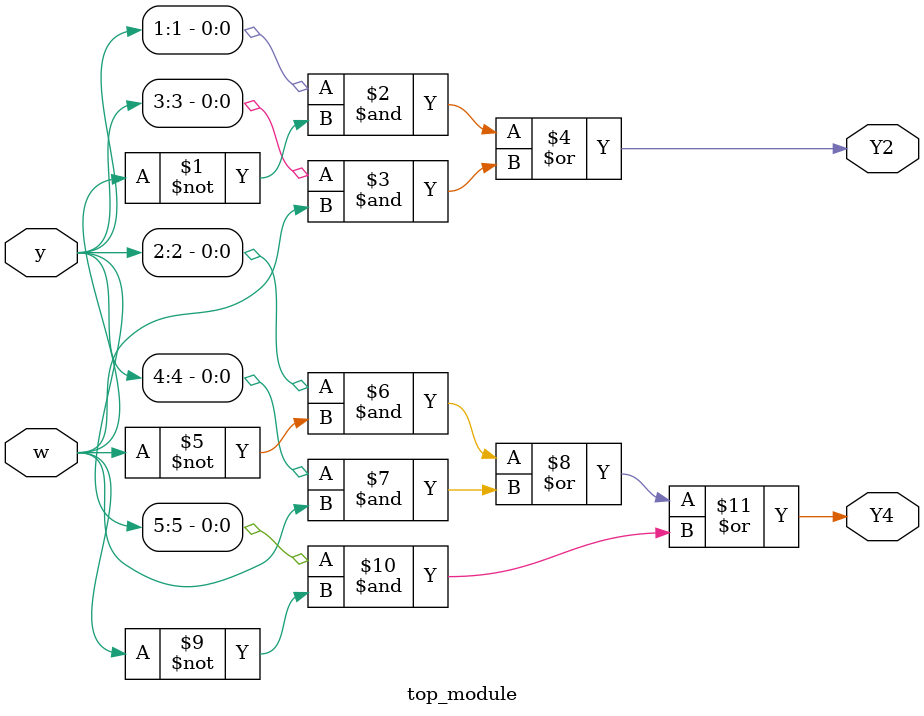
<source format=sv>
module top_module (
    input [6:1] y,
    input w,
    output Y2,
    output Y4
);

// Next-state logic for y[2] (state B and C)
assign Y2 = (y[1] & ~w) | (y[3] & w);

// Next-state logic for y[4] (state D, E, and F)
assign Y4 = (y[2] & ~w) | (y[4] & w) | (y[5] & ~w);

endmodule

</source>
